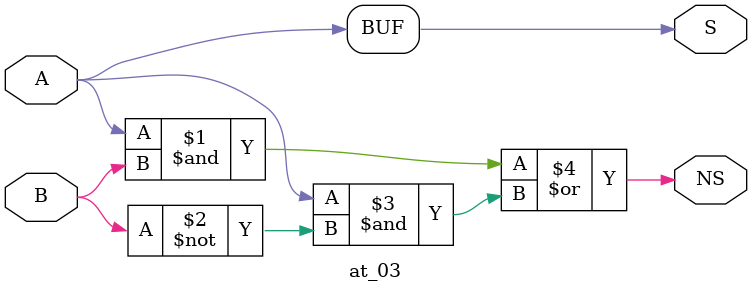
<source format=v>
module at_03(
    input A, B,
    output NS, S
);

assign NS = (A & B) | (A & ~B);
assign S = A;
    
endmodule
</source>
